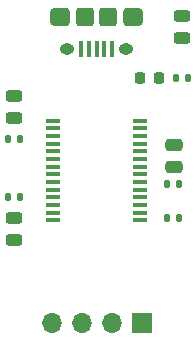
<source format=gts>
G04 #@! TF.GenerationSoftware,KiCad,Pcbnew,8.0.5*
G04 #@! TF.CreationDate,2025-04-12T21:20:27+09:00*
G04 #@! TF.ProjectId,usb_serial,7573625f-7365-4726-9961-6c2e6b696361,rev?*
G04 #@! TF.SameCoordinates,Original*
G04 #@! TF.FileFunction,Soldermask,Top*
G04 #@! TF.FilePolarity,Negative*
%FSLAX46Y46*%
G04 Gerber Fmt 4.6, Leading zero omitted, Abs format (unit mm)*
G04 Created by KiCad (PCBNEW 8.0.5) date 2025-04-12 21:20:27*
%MOMM*%
%LPD*%
G01*
G04 APERTURE LIST*
G04 Aperture macros list*
%AMRoundRect*
0 Rectangle with rounded corners*
0 $1 Rounding radius*
0 $2 $3 $4 $5 $6 $7 $8 $9 X,Y pos of 4 corners*
0 Add a 4 corners polygon primitive as box body*
4,1,4,$2,$3,$4,$5,$6,$7,$8,$9,$2,$3,0*
0 Add four circle primitives for the rounded corners*
1,1,$1+$1,$2,$3*
1,1,$1+$1,$4,$5*
1,1,$1+$1,$6,$7*
1,1,$1+$1,$8,$9*
0 Add four rect primitives between the rounded corners*
20,1,$1+$1,$2,$3,$4,$5,0*
20,1,$1+$1,$4,$5,$6,$7,0*
20,1,$1+$1,$6,$7,$8,$9,0*
20,1,$1+$1,$8,$9,$2,$3,0*%
G04 Aperture macros list end*
%ADD10RoundRect,0.100000X0.100000X0.575000X-0.100000X0.575000X-0.100000X-0.575000X0.100000X-0.575000X0*%
%ADD11O,0.890000X1.550000*%
%ADD12RoundRect,0.250000X0.475000X0.525000X-0.475000X0.525000X-0.475000X-0.525000X0.475000X-0.525000X0*%
%ADD13O,1.250000X0.950000*%
%ADD14RoundRect,0.250000X0.500000X0.525000X-0.500000X0.525000X-0.500000X-0.525000X0.500000X-0.525000X0*%
%ADD15R,1.300000X0.380000*%
%ADD16RoundRect,0.140000X-0.140000X-0.170000X0.140000X-0.170000X0.140000X0.170000X-0.140000X0.170000X0*%
%ADD17RoundRect,0.243750X0.456250X-0.243750X0.456250X0.243750X-0.456250X0.243750X-0.456250X-0.243750X0*%
%ADD18RoundRect,0.250000X0.475000X-0.250000X0.475000X0.250000X-0.475000X0.250000X-0.475000X-0.250000X0*%
%ADD19RoundRect,0.135000X0.135000X0.185000X-0.135000X0.185000X-0.135000X-0.185000X0.135000X-0.185000X0*%
%ADD20RoundRect,0.243750X-0.456250X0.243750X-0.456250X-0.243750X0.456250X-0.243750X0.456250X0.243750X0*%
%ADD21R,1.700000X1.700000*%
%ADD22O,1.700000X1.700000*%
%ADD23RoundRect,0.225000X-0.225000X-0.250000X0.225000X-0.250000X0.225000X0.250000X-0.225000X0.250000X0*%
G04 APERTURE END LIST*
D10*
X140300000Y-64190000D03*
X139650000Y-64190000D03*
X139000000Y-64190000D03*
X138350000Y-64190000D03*
X137700000Y-64190000D03*
D11*
X142500000Y-61490000D03*
D12*
X142025000Y-61490000D03*
D13*
X141500000Y-64190000D03*
D14*
X140000000Y-61490000D03*
X138000000Y-61490000D03*
D13*
X136500000Y-64190000D03*
D12*
X135975000Y-61490000D03*
D11*
X135500000Y-61490000D03*
D15*
X135300000Y-70275000D03*
X135300000Y-70925000D03*
X135300000Y-71575000D03*
X135300000Y-72225000D03*
X135300000Y-72875000D03*
X135300000Y-73525000D03*
X135300000Y-74175000D03*
X135300000Y-74825000D03*
X135300000Y-75475000D03*
X135300000Y-76125000D03*
X135300000Y-76775000D03*
X135300000Y-77425000D03*
X135300000Y-78075000D03*
X135300000Y-78725000D03*
X142700000Y-78725000D03*
X142700000Y-78075000D03*
X142700000Y-77425000D03*
X142700000Y-76775000D03*
X142700000Y-76125000D03*
X142700000Y-75475000D03*
X142700000Y-74825000D03*
X142700000Y-74175000D03*
X142700000Y-73525000D03*
X142700000Y-72875000D03*
X142700000Y-72225000D03*
X142700000Y-71575000D03*
X142700000Y-70925000D03*
X142700000Y-70275000D03*
D16*
X144980000Y-75640000D03*
X145940000Y-75640000D03*
D17*
X146200000Y-63307500D03*
X146200000Y-61432500D03*
D16*
X144980000Y-78500000D03*
X145940000Y-78500000D03*
D17*
X132000000Y-70047500D03*
X132000000Y-68172500D03*
D18*
X145520000Y-74240000D03*
X145520000Y-72340000D03*
D19*
X132510000Y-71810000D03*
X131490000Y-71810000D03*
X146710000Y-66640000D03*
X145690000Y-66640000D03*
D20*
X132000000Y-78542500D03*
X132000000Y-80417500D03*
D19*
X132510000Y-76780000D03*
X131490000Y-76780000D03*
D21*
X142810000Y-87400000D03*
D22*
X140270000Y-87400000D03*
X137730000Y-87400000D03*
X135190000Y-87400000D03*
D23*
X142715000Y-66650000D03*
X144265000Y-66650000D03*
M02*

</source>
